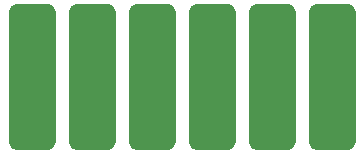
<source format=gbr>
%TF.GenerationSoftware,KiCad,Pcbnew,8.0.4-unknown-202407232306~396e531e7c~ubuntu22.04.1*%
%TF.CreationDate,2024-08-12T16:54:32+01:00*%
%TF.ProjectId,DRY_ELEC_6CH,4452595f-454c-4454-935f-3643482e6b69,1.0*%
%TF.SameCoordinates,Original*%
%TF.FileFunction,Soldermask,Bot*%
%TF.FilePolarity,Negative*%
%FSLAX46Y46*%
G04 Gerber Fmt 4.6, Leading zero omitted, Abs format (unit mm)*
G04 Created by KiCad (PCBNEW 8.0.4-unknown-202407232306~396e531e7c~ubuntu22.04.1) date 2024-08-12 16:54:32*
%MOMM*%
%LPD*%
G01*
G04 APERTURE LIST*
%ADD10C,0.700000*%
%ADD11C,0.000000*%
%ADD12C,0.699998*%
%ADD13C,1.800000*%
G04 APERTURE END LIST*
D10*
X18949999Y-26500000D02*
G75*
G02*
X18249999Y-26500000I-350000J0D01*
G01*
X18249999Y-26500000D02*
G75*
G02*
X18949999Y-26500000I350000J0D01*
G01*
D11*
G36*
X34539998Y-37500000D02*
G01*
X30539999Y-37500000D01*
X30539999Y-26500000D01*
X34540000Y-26490000D01*
X34539998Y-37500000D01*
G37*
D10*
X24029999Y-26500000D02*
G75*
G02*
X23329999Y-26500000I-350000J0D01*
G01*
X23329999Y-26500000D02*
G75*
G02*
X24029999Y-26500000I350000J0D01*
G01*
D12*
X29109999Y-37500000D02*
G75*
G02*
X28410001Y-37500000I-349999J0D01*
G01*
X28410001Y-37500000D02*
G75*
G02*
X29109999Y-37500000I349999J0D01*
G01*
D10*
X16349999Y-37500000D02*
G75*
G02*
X15649999Y-37500000I-350000J0D01*
G01*
X15649999Y-37500000D02*
G75*
G02*
X16349999Y-37500000I350000J0D01*
G01*
D11*
G36*
X38919999Y-26500000D02*
G01*
X36319999Y-26500000D01*
X36319999Y-25800000D01*
X38919999Y-25800000D01*
X38919999Y-26500000D01*
G37*
D10*
X31589999Y-37500000D02*
G75*
G02*
X30889999Y-37500000I-350000J0D01*
G01*
X30889999Y-37500000D02*
G75*
G02*
X31589999Y-37500000I350000J0D01*
G01*
D11*
G36*
X38919999Y-38200000D02*
G01*
X36319999Y-38200000D01*
X36319999Y-37500000D01*
X38920000Y-37500000D01*
X38919999Y-38200000D01*
G37*
D10*
X36669999Y-26500000D02*
G75*
G02*
X35969999Y-26500000I-350000J0D01*
G01*
X35969999Y-26500000D02*
G75*
G02*
X36669999Y-26500000I350000J0D01*
G01*
D12*
X39269999Y-37500000D02*
G75*
G02*
X38570001Y-37500000I-349999J0D01*
G01*
X38570001Y-37500000D02*
G75*
G02*
X39269999Y-37500000I349999J0D01*
G01*
D10*
X21429999Y-37500000D02*
G75*
G02*
X20729999Y-37500000I-350000J0D01*
G01*
X20729999Y-37500000D02*
G75*
G02*
X21429999Y-37500000I350000J0D01*
G01*
D11*
G36*
X24379998Y-37500000D02*
G01*
X20379999Y-37500000D01*
X20379999Y-26500000D01*
X24380000Y-26490000D01*
X24379998Y-37500000D01*
G37*
D10*
X36669999Y-37500000D02*
G75*
G02*
X35969999Y-37500000I-350000J0D01*
G01*
X35969999Y-37500000D02*
G75*
G02*
X36669999Y-37500000I350000J0D01*
G01*
D12*
X44349999Y-37500000D02*
G75*
G02*
X43650001Y-37500000I-349999J0D01*
G01*
X43650001Y-37500000D02*
G75*
G02*
X44349999Y-37500000I349999J0D01*
G01*
D11*
G36*
X29459998Y-37500000D02*
G01*
X25459999Y-37500000D01*
X25459999Y-26500000D01*
X29460000Y-26490000D01*
X29459998Y-37500000D01*
G37*
G36*
X28759999Y-38200000D02*
G01*
X26159999Y-38200000D01*
X26159999Y-37500000D01*
X28760000Y-37500000D01*
X28759999Y-38200000D01*
G37*
G36*
X23679999Y-26500000D02*
G01*
X21079999Y-26500000D01*
X21079999Y-25800000D01*
X23679999Y-25800000D01*
X23679999Y-26500000D01*
G37*
G36*
X33839999Y-38200000D02*
G01*
X31239999Y-38200000D01*
X31239999Y-37500000D01*
X33840000Y-37500000D01*
X33839999Y-38200000D01*
G37*
G36*
X18599999Y-38200000D02*
G01*
X15999999Y-38200000D01*
X15999999Y-37500000D01*
X18600000Y-37500000D01*
X18599999Y-38200000D01*
G37*
D12*
X18949999Y-37500000D02*
G75*
G02*
X18250001Y-37500000I-349999J0D01*
G01*
X18250001Y-37500000D02*
G75*
G02*
X18949999Y-37500000I349999J0D01*
G01*
D10*
X16349999Y-26500000D02*
G75*
G02*
X15649999Y-26500000I-350000J0D01*
G01*
X15649999Y-26500000D02*
G75*
G02*
X16349999Y-26500000I350000J0D01*
G01*
D11*
G36*
X44699998Y-37500000D02*
G01*
X40699999Y-37500000D01*
X40699999Y-26500000D01*
X44700000Y-26490000D01*
X44699998Y-37500000D01*
G37*
D10*
X34189999Y-26500000D02*
G75*
G02*
X33489999Y-26500000I-350000J0D01*
G01*
X33489999Y-26500000D02*
G75*
G02*
X34189999Y-26500000I350000J0D01*
G01*
D11*
G36*
X19299998Y-37500000D02*
G01*
X15299999Y-37500000D01*
X15299999Y-26500000D01*
X19299999Y-26500000D01*
X19299998Y-37500000D01*
G37*
D10*
X26509999Y-26500000D02*
G75*
G02*
X25809999Y-26500000I-350000J0D01*
G01*
X25809999Y-26500000D02*
G75*
G02*
X26509999Y-26500000I350000J0D01*
G01*
D11*
G36*
X43999999Y-26500000D02*
G01*
X41399999Y-26500000D01*
X41399999Y-25800000D01*
X43999999Y-25800000D01*
X43999999Y-26500000D01*
G37*
D12*
X34189999Y-37500000D02*
G75*
G02*
X33490001Y-37500000I-349999J0D01*
G01*
X33490001Y-37500000D02*
G75*
G02*
X34189999Y-37500000I349999J0D01*
G01*
D10*
X29109999Y-26500000D02*
G75*
G02*
X28409999Y-26500000I-350000J0D01*
G01*
X28409999Y-26500000D02*
G75*
G02*
X29109999Y-26500000I350000J0D01*
G01*
X41749999Y-37500000D02*
G75*
G02*
X41049999Y-37500000I-350000J0D01*
G01*
X41049999Y-37500000D02*
G75*
G02*
X41749999Y-37500000I350000J0D01*
G01*
X39269999Y-26500000D02*
G75*
G02*
X38569999Y-26500000I-350000J0D01*
G01*
X38569999Y-26500000D02*
G75*
G02*
X39269999Y-26500000I350000J0D01*
G01*
D11*
G36*
X33839999Y-26500000D02*
G01*
X31239999Y-26500000D01*
X31239999Y-25800000D01*
X33839999Y-25800000D01*
X33839999Y-26500000D01*
G37*
G36*
X43999999Y-38200000D02*
G01*
X41399999Y-38200000D01*
X41399999Y-37500000D01*
X44000000Y-37500000D01*
X43999999Y-38200000D01*
G37*
G36*
X18599999Y-26500000D02*
G01*
X15999999Y-26500000D01*
X15999999Y-25800000D01*
X18599999Y-25800000D01*
X18599999Y-26500000D01*
G37*
G36*
X39619998Y-37500000D02*
G01*
X35619999Y-37500000D01*
X35619999Y-26500000D01*
X39620000Y-26490000D01*
X39619998Y-37500000D01*
G37*
D10*
X26509999Y-37500000D02*
G75*
G02*
X25809999Y-37500000I-350000J0D01*
G01*
X25809999Y-37500000D02*
G75*
G02*
X26509999Y-37500000I350000J0D01*
G01*
D11*
G36*
X28759999Y-26500000D02*
G01*
X26159999Y-26500000D01*
X26159999Y-25800000D01*
X28759999Y-25800000D01*
X28759999Y-26500000D01*
G37*
D10*
X21429999Y-26500000D02*
G75*
G02*
X20729999Y-26500000I-350000J0D01*
G01*
X20729999Y-26500000D02*
G75*
G02*
X21429999Y-26500000I350000J0D01*
G01*
X44349999Y-26500000D02*
G75*
G02*
X43649999Y-26500000I-350000J0D01*
G01*
X43649999Y-26500000D02*
G75*
G02*
X44349999Y-26500000I350000J0D01*
G01*
X31589999Y-26500000D02*
G75*
G02*
X30889999Y-26500000I-350000J0D01*
G01*
X30889999Y-26500000D02*
G75*
G02*
X31589999Y-26500000I350000J0D01*
G01*
D11*
G36*
X23679999Y-38200000D02*
G01*
X21079999Y-38200000D01*
X21079999Y-37500000D01*
X23680000Y-37500000D01*
X23679999Y-38200000D01*
G37*
D10*
X41749999Y-26500000D02*
G75*
G02*
X41049999Y-26500000I-350000J0D01*
G01*
X41049999Y-26500000D02*
G75*
G02*
X41749999Y-26500000I350000J0D01*
G01*
D12*
X24029999Y-37500000D02*
G75*
G02*
X23330001Y-37500000I-349999J0D01*
G01*
X23330001Y-37500000D02*
G75*
G02*
X24029999Y-37500000I349999J0D01*
G01*
D13*
%TO.C,J17*%
X32539999Y-32000000D03*
%TD*%
%TO.C,J21*%
X22379999Y-32000000D03*
%TD*%
%TO.C,J20*%
X17299999Y-32000000D03*
%TD*%
%TO.C,J18*%
X37619999Y-32000000D03*
%TD*%
%TO.C,J22*%
X27459999Y-32000000D03*
%TD*%
%TO.C,J19*%
X42699999Y-32000000D03*
%TD*%
M02*

</source>
